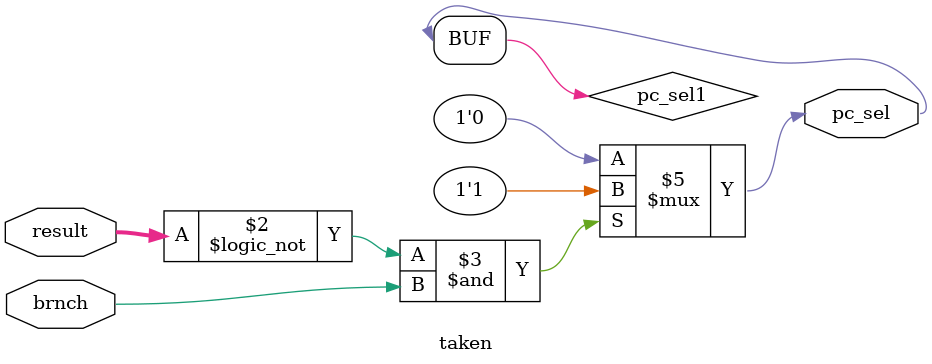
<source format=v>
`timescale 1ns / 1ps


`timescale 1ns/10ps



module taken (
    result,
    brnch,
    pc_sel
);


input [31:0] result;
input [0:0] brnch;
output [0:0] pc_sel;
reg [0:0] pc_sel1;




always @(brnch, result) begin: TAKEN_TAKE
    if (((result == 0) & brnch)) begin
        pc_sel1 <= 1'b1;
    end
    else begin
        pc_sel1 <= 1'b0;
    end
end
assign pc_sel=pc_sel1;
endmodule


</source>
